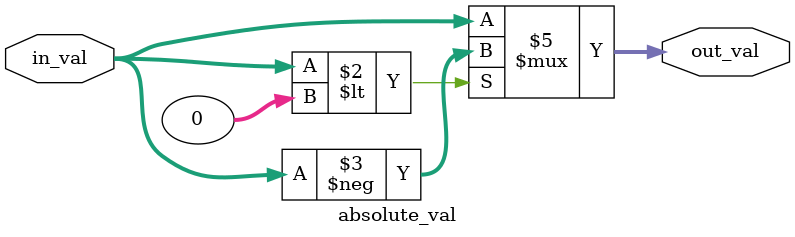
<source format=sv>
module absolute_val(
	input logic signed [31:0] in_val,
	output logic signed [31:0] out_val
);
	always_comb
	begin
		if (in_val < 0)
			out_val = -in_val;
		else
			out_val = in_val;
	end
endmodule

</source>
